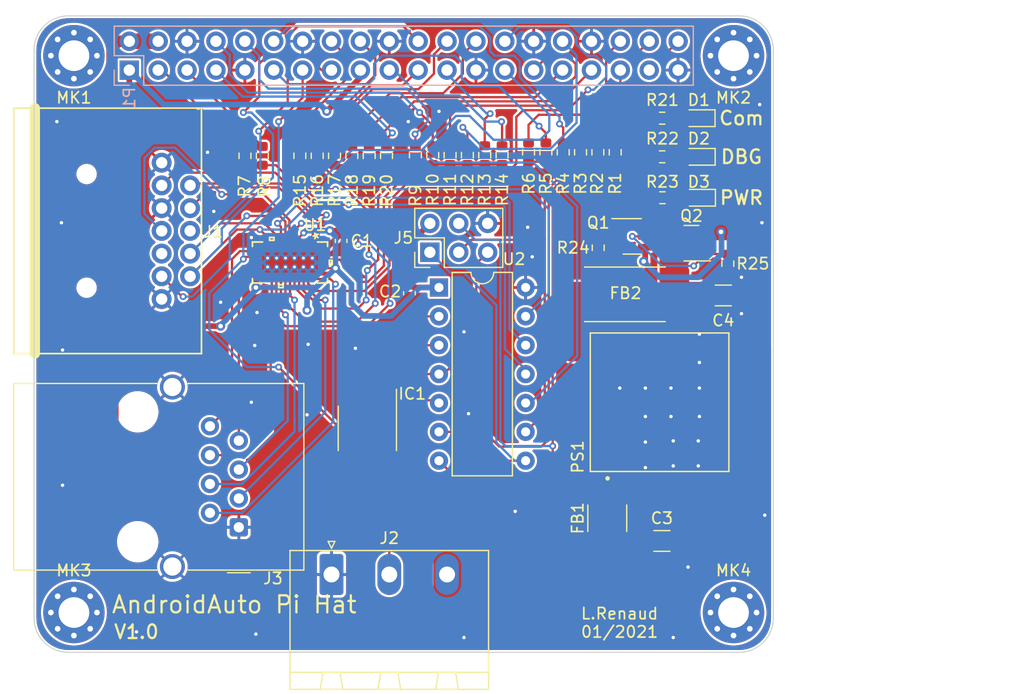
<source format=kicad_pcb>
(kicad_pcb (version 20210126) (generator pcbnew)

  (general
    (thickness 1.6)
  )

  (paper "A3")
  (title_block
    (title "PCB Android auto Pi hat")
    (date "2021-01-24")
    (rev "V1.0")
    (company "L.Renaud")
  )

  (layers
    (0 "F.Cu" signal)
    (31 "B.Cu" signal)
    (32 "B.Adhes" user "B.Adhesive")
    (33 "F.Adhes" user "F.Adhesive")
    (34 "B.Paste" user)
    (35 "F.Paste" user)
    (36 "B.SilkS" user "B.Silkscreen")
    (37 "F.SilkS" user "F.Silkscreen")
    (38 "B.Mask" user)
    (39 "F.Mask" user)
    (40 "Dwgs.User" user "User.Drawings")
    (41 "Cmts.User" user "User.Comments")
    (42 "Eco1.User" user "User.Eco1")
    (43 "Eco2.User" user "User.Eco2")
    (44 "Edge.Cuts" user)
    (45 "Margin" user)
    (46 "B.CrtYd" user "B.Courtyard")
    (47 "F.CrtYd" user "F.Courtyard")
  )

  (setup
    (stackup
      (layer "F.SilkS" (type "Top Silk Screen"))
      (layer "F.Paste" (type "Top Solder Paste"))
      (layer "F.Mask" (type "Top Solder Mask") (color "Blue") (thickness 0.01))
      (layer "F.Cu" (type "copper") (thickness 0.035))
      (layer "dielectric 1" (type "core") (thickness 1.51) (material "FR4") (epsilon_r 4.5) (loss_tangent 0.02))
      (layer "B.Cu" (type "copper") (thickness 0.035))
      (layer "B.Mask" (type "Bottom Solder Mask") (color "Green") (thickness 0.01))
      (layer "B.Paste" (type "Bottom Solder Paste"))
      (layer "B.SilkS" (type "Bottom Silk Screen"))
      (copper_finish "None")
      (dielectric_constraints no)
    )
    (aux_axis_origin 200 150)
    (grid_origin 200 150)
    (pcbplotparams
      (layerselection 0x00010f0_ffffffff)
      (disableapertmacros false)
      (usegerberextensions true)
      (usegerberattributes false)
      (usegerberadvancedattributes false)
      (creategerberjobfile false)
      (svguseinch false)
      (svgprecision 6)
      (excludeedgelayer true)
      (plotframeref false)
      (viasonmask false)
      (mode 1)
      (useauxorigin true)
      (hpglpennumber 1)
      (hpglpenspeed 20)
      (hpglpendiameter 15.000000)
      (dxfpolygonmode true)
      (dxfimperialunits true)
      (dxfusepcbnewfont true)
      (psnegative false)
      (psa4output false)
      (plotreference true)
      (plotvalue true)
      (plotinvisibletext false)
      (sketchpadsonfab false)
      (subtractmaskfromsilk false)
      (outputformat 1)
      (mirror false)
      (drillshape 0)
      (scaleselection 1)
      (outputdirectory "Gerber/")
    )
  )


  (net 0 "")
  (net 1 "+3V3")
  (net 2 "/Default_CompositeVideo")
  (net 3 "GND")
  (net 4 "/Default_RemoteControl")
  (net 5 "Net-(FB1-Pad2)")
  (net 6 "/Default_SerialData")
  (net 7 "/Default_RGBSync")
  (net 8 "+12V")
  (net 9 "/Default_green")
  (net 10 "/Default_blue")
  (net 11 "/Default_red")
  (net 12 "/MuxLogicSel")
  (net 13 "/Out_red")
  (net 14 "/RasbPi_red")
  (net 15 "/Out_green")
  (net 16 "/RasbPi_green")
  (net 17 "/Out_blue")
  (net 18 "/RasbPi_blue")
  (net 19 "/Out_RGBSync")
  (net 20 "/RGBSync")
  (net 21 "/Out_CompositeVideo")
  (net 22 "Net-(IC1-Pad6)")
  (net 23 "Net-(U1-Pad15)")
  (net 24 "/Out_RemoteControl")
  (net 25 "/Out_SerialData")
  (net 26 "/MuxVGASel")
  (net 27 "/red[7]")
  (net 28 "/red[6]")
  (net 29 "/red[5]")
  (net 30 "/red[4]")
  (net 31 "/red[3]")
  (net 32 "/red[2]")
  (net 33 "/pi_VSync")
  (net 34 "/pi_HSync")
  (net 35 "/green[7]")
  (net 36 "/green[6]")
  (net 37 "/green[5]")
  (net 38 "/green[4]")
  (net 39 "/green[3]")
  (net 40 "/green[2]")
  (net 41 "/blue[7]")
  (net 42 "/blue[6]")
  (net 43 "/blue[5]")
  (net 44 "/blue[4]")
  (net 45 "/blue[3]")
  (net 46 "/blue[2]")
  (net 47 "/SDA")
  (net 48 "Net-(P1-Pad37)")
  (net 49 "/SCL")
  (net 50 "+5V")
  (net 51 "/lin_Tx")
  (net 52 "/lin_falut")
  (net 53 "/Reset")
  (net 54 "/lin_Rx")
  (net 55 "Net-(C4-Pad1)")
  (net 56 "/MISO")
  (net 57 "Net-(FB2-Pad1)")
  (net 58 "/MOSI")
  (net 59 "Net-(R22-Pad2)")
  (net 60 "Net-(D1-Pad2)")
  (net 61 "Net-(D2-Pad2)")
  (net 62 "no_connect_68")
  (net 63 "no_connect_73")
  (net 64 "no_connect_69")
  (net 65 "no_connect_70")
  (net 66 "no_connect_71")
  (net 67 "Net-(D3-Pad2)")
  (net 68 "no_connect_72")
  (net 69 "no_connect_74")
  (net 70 "Net-(Q1-Pad5)")
  (net 71 "Net-(Q1-Pad1)")
  (net 72 "no_connect_75")

  (footprint "MountingHole:MountingHole_2.7mm_M2.5_Pad_Via" (layer "F.Cu") (at 203.5 97.5 180))

  (footprint "MountingHole:MountingHole_2.7mm_M2.5_Pad_Via" (layer "F.Cu") (at 261.5 97.5 180))

  (footprint "MountingHole:MountingHole_2.7mm_M2.5_Pad_Via" (layer "F.Cu") (at 203.5 146.5))

  (footprint "MountingHole:MountingHole_2.7mm_M2.5_Pad_Via" (layer "F.Cu") (at 261.5 146.5))

  (footprint "Resistor_SMD:R_0603_1608Metric" (layer "F.Cu") (at 238.1 106.249 90))

  (footprint "PCB_AndroidAuto:GT17V-10DP-DS" (layer "F.Cu") (at 213.716 112.916 180))

  (footprint "LED_SMD:LED_0603_1608Metric" (layer "F.Cu") (at 258.425 110 180))

  (footprint "Resistor_SMD:R_0603_1608Metric" (layer "F.Cu") (at 249.572 106 90))

  (footprint "Capacitor_SMD:C_1206_3216Metric" (layer "F.Cu") (at 255.2 140.2))

  (footprint "LED_SMD:LED_0603_1608Metric" (layer "F.Cu") (at 258.39 103 180))

  (footprint "Resistor_SMD:R_0603_1608Metric" (layer "F.Cu") (at 241.148 106.249 90))

  (footprint "Resistor_SMD:R_0603_1608Metric" (layer "F.Cu") (at 227.94 106.312 90))

  (footprint "Resistor_SMD:R_0603_1608Metric" (layer "F.Cu") (at 255.25 110))

  (footprint "Resistor_SMD:R_0603_1608Metric" (layer "F.Cu") (at 218.542 106.312 90))

  (footprint "Connector_Phoenix_MSTB:PhoenixContact_MSTBA_2,5_3-G-5,08_1x03_P5.08mm_Horizontal" (layer "F.Cu") (at 226.15 143.1525))

  (footprint "Resistor_SMD:R_0603_1608Metric" (layer "F.Cu") (at 220.069 106.312 -90))

  (footprint "Resistor_SMD:R_0603_1608Metric" (layer "F.Cu") (at 245 106 90))

  (footprint "Package_DIP:DIP-14_W7.62mm" (layer "F.Cu") (at 235.6 117.9))

  (footprint "Package_TO_SOT_SMD:SOT-23-6" (layer "F.Cu") (at 252.6 113.4))

  (footprint "Resistor_SMD:R_0603_1608Metric" (layer "F.Cu") (at 255.225 106.4 180))

  (footprint "Package_SO:SOIC-8_3.9x4.9mm_P1.27mm" (layer "F.Cu") (at 229.3 130.3 -90))

  (footprint "LED_SMD:LED_0603_1608Metric" (layer "F.Cu") (at 258.4 106.4 180))

  (footprint "Resistor_SMD:R_0603_1608Metric" (layer "F.Cu") (at 248.048 106 90))

  (footprint "Resistor_SMD:R_0603_1608Metric" (layer "F.Cu") (at 239.624 106.249 90))

  (footprint "PCB_AndroidAuto:CONV_RPM5.0-3.0-CT" (layer "F.Cu") (at 255 127.994999 90))

  (footprint "Capacitor_SMD:C_1812_4532Metric" (layer "F.Cu") (at 250.4 138.2 90))

  (footprint "Resistor_SMD:R_0603_1608Metric" (layer "F.Cu") (at 233.528 106.249 90))

  (footprint "Connector_PinHeader_2.54mm:PinHeader_2x03_P2.54mm_Vertical" (layer "F.Cu") (at 234.8 114.8 90))

  (footprint "Resistor_SMD:R_0603_1608Metric" (layer "F.Cu") (at 229.464 106.312 90))

  (footprint "Resistor_SMD:R_0603_1608Metric" (layer "F.Cu") (at 255.225 103 180))

  (footprint "Resistor_SMD:R_0603_1608Metric" (layer "F.Cu") (at 261 115.8 -90))

  (footprint "Capacitor_SMD:C_0603_1608Metric" (layer "F.Cu") (at 233 118.4 -90))

  (footprint "Capacitor_SMD:C_0603_1608Metric" (layer "F.Cu") (at 227 113.8 -90))

  (footprint "Capacitor_SMD:C_1206_3216Metric" (layer "F.Cu") (at 260.6 118.6))

  (footprint "PCB_AndroidAuto:7427932" (layer "F.Cu") (at 252 118.5))

  (footprint "Resistor_SMD:R_0603_1608Metric" (layer "F.Cu") (at 224.892 106.312 90))

  (footprint "Resistor_SMD:R_0603_1608Metric" (layer "F.Cu") (at 251.096 106 90))

  (footprint "Resistor_SMD:R_0603_1608Metric" (layer "F.Cu") (at 223.368 106.312 90))

  (footprint "Resistor_SMD:R_0603_1608Metric" (layer "F.Cu") (at 226.416 106.312 90))

  (footprint "Package_TO_SOT_SMD:SOT-23" (layer "F.Cu") (at 257.8 114 180))

  (footprint "Resistor_SMD:R_0603_1608Metric" (layer "F.Cu") (at 243.476 106 90))

  (footprint "Resistor_SMD:R_0603_1608Metric" (layer "F.Cu") (at 235.052 106.249 90))

  (footprint "PCB_AndroidAuto:TS3V712ERTGR" (layer "F.Cu")
    (tedit 600DB9F2) (tstamp f4c35ab9-a314-4927-be06-8af274860eda)
    (at 222.5 115.7 -90)
    (property "MFR" "Texas\\ Instrument")
    (property "MPN" "TS3V712ERTGR")
    (property "SPN" "595-TS3V712ERTGR")
    (property "SPR" "Mouser")
    (property "Sheet file" "PCB_AndroidAuto.kicad_sch")
    (property "Sheet name" "")
    (path "/00000000-0000-0000-0000-00005ffe1d2f")
    (attr through_hole)
    (fp_text reference "U1" (at -3.3 -2.2 180) (layer "F.SilkS")
      (effects (font (size 1 1) (thickness 0.15)))
      (tstamp 1322402e-8a42-4ce9-9462-0bef5be34011)
    )
    (fp_text value "TS3V712ERTGR" (at 0 -5 90) (layer "F.SilkS") hide
      (effects (font (size 1 1) (thickness 0.15)))
      (tstamp 9e0a4e50-3329-4005-8ac3-3984538419e3)
    )
    (fp_text user "*" (at -2.335 -2.581 90) (layer "F.SilkS")
      (effects (font (size 1 1) (thickness 0.15)))
      (tstamp 619ca470-383a-4457-bf60-92791a4519bb)
    )
    (fp_text user "Copyright 2016 Accelerated Designs. All rights reserved." (at 0 -4 90) (layer "Cmts.User")
      (effects (font (size 0.127 0.127) (thickness 0.002)))
      (tstamp 1569cee2-932d-49fb-b31b-41aba881bfb7)
    )
    (fp_text user "*" (at -2.335 -2.581 -90) (layer "F.Fab")
      (effects (font (size 1 1) (thickness 0.15)))
      (tstamp 0003f8cd-5f7d-4e40-8e1b-04997f61d702)
    )
    (fp_text user "*" (at -2.335 -2.581 90) (layer "F.Fab")
      (effects (font (size 1 1) (thickness 0.15)))
      (tstamp 6c4f104e-1d43-45fc-a6b3-5e0c096b8c62)
    )
    (fp_line (start 0.152279 0.4937) (end 0.152279 0.4937) (layer "F.Paste") (width 0.1524) (tstamp 0033a9ac-dc7f-4355-90aa-3fe07f7a83ed))
    (fp_line (start 0.90007 1.0811) (end 0.90007 0.4937) (layer "F.Paste") (width 0.1524) (tstamp 003fe6cc-9f00-409e-91f2-8558aaa230d7))
    (fp_line (start -1.224999 -1.124999) (end -1.224999 -1.274999) (layer "F.Paste") (width 0.1524) (tstamp 006bb1cd-e2eb-4277-8e77-adbabb640be2))
    (fp_line (start 0.2937 -1.422521) (end 0.2937 -1.422521) (layer "F.Paste") (width 0.1524) (tstamp 008e29ae-df49-4fcb-bf01-aae3df7bae32))
    (fp_line (start 1.224999 1.274999) (end 1.675 1.274999) (layer "F.Paste") (width 0.1524) (tstamp 00f04224-80df-43d1-835c-91850b08ed75))
    (fp_line (start 0.90007 -1.8685) (end 0.635121 -1.8685) (layer "F.Paste") (width 0.1524) (tstamp 019f4448-b7a2-43a7-95a5-1f7d6057036a))
    (fp_line (start 0.635121 1.2811) (end 0.4937 1.422521) (layer "F.Paste") (width 0.1524) (tstamp 01d46965-f0fc-4b96-8552-b6e2846aac96))
    (fp_line (start 0.152279 1.2811) (end 0.152279 1.2811) (layer "F.Paste") (width 0.1524) (tstamp 02c589be-5988-49c4-94c1-eb56daf3bd7a))
    (fp_line (start 0.4937 0.152279) (end 0.635121 0.2937) (layer "F.Paste") (width 0.1524) (tstamp 0346667d-e5ea-46e1-98fb-eeaf8e92321f))
    (fp_line (start -1.675 1.675) (end -1.224999 1.675) (layer "F.Paste") (width 0.1524) (tstamp 03e38ea5-d68a-4ada-9658-926cf4229ef5))
    (fp_line (start 0.635121 -1.8685) (end 0.635121 -1.8685) (layer "F.Paste") (width 0.1524) (tstamp 042d2a1f-2b6f-41a8-bf85-d6c66beb9e8d))
    (fp_line (start -1.675 0.075001) (end -1.224999 0.075001) (layer "F.Paste") (width 0.1524) (tstamp 05c4a729-d75b-45fe-a204-4ac8908e6d02))
    (fp_line (start -0.4937 -2.40007) (end -0.90007 -2.40007) (layer "F.Paste") (width 0.1524) (tstamp 05e37f3b-a081-4720-a77e-5da059075f2e))
    (fp_line (start -0.635121 1.2811) (end -0.635121 1.2811) (layer "F.Paste") (width 0.1524) (tstamp 06036693-0d77-467d-b3f0-e9f199564e45))
    (fp_line (start -1.675 1.124999) (end -1.675 1.274999) (layer "F.Paste") (width 0.1524) (tstamp 06d6d144-6d71-453b-99cf-26db8758c3ef))
    (fp_line (start 0.2937 0.635121) (end 0.152279 0.4937) (layer "F.Paste") (width 0.1524) (tstamp 073b1b8b-e2d7-428e-9c96-da286306fd5d))
    (fp_line (start 0.635121 -0.2937) (end 0.4937 -0.152279) (layer "F.Paste") (width 0.1524) (tstamp 07619c8a-4374-4f2a-a4af-719ec7848cbf))
    (fp_line (start -1.675 1.525001) (end -1.675 1.675) (layer "F.Paste") (width 0.1524) (tstamp 0797f04d-0f30-4ea1-b148-9f7898d4b519))
    (fp_line (start -0.925251 3.175) (end -0.925251 2.725001) (layer "F.Paste") (width 0.1524) (tstamp 0801b123-980b-434a-93f9-b8abdcc76f47))
    (fp_line (start -0.90007 -0.2937) (end -0.90007 0.2937) (layer "F.Paste") (width 0.1524) (tstamp 0935a99e-814e-4662-8149-428ea1ffc42e))
    (fp_line (start -1.224999 1.525001) (end -1.675 1.525001) (layer "F.Paste") (width 0.1524) (tstamp 09b1c74c-f7a5-4f94-b43e-29d765df552b))
    (fp_line (start -0.635121 1.0811) (end -0.4937 0.939679) (layer "F.Paste") (width 0.1524) (tstamp 0a357638-f907-475a-9c7a-186513ceeb7a))
    (fp_line (start -0.635121 -0.2937) (end -0.635121 -0.2937) (layer "F.Paste") (width 0.1524) (tstamp 0b144021-84c7-491e-a770-e87f99125707))
    (fp_line (start 0.152279 -1.8685) (end 0.152279 -1.8685) (layer "F.Paste") (width 0.1524) (tstamp 0bd01540-29bd-4e88-88c1-0329ebc2344e))
    (fp_line (start -1.675 -1.675) (end -1.675 -1.525001) (layer "F.Paste") (width 0.1524) (tstamp 0bd07eb8-b5d6-4886-bd95-e1f36cb9e021))
    (fp_line (start -0.4937 0.635121) (end -0.4937 0.635121) (layer "F.Paste") (width 0.1524) (tstamp 0d179cf5-ad89-4763-8ec2-bbc84d262204))
    (fp_line (start -0.152279 -1.8685) (end -0.2937 -1.727079) (layer "F.Paste") (width 0.1524) (tstamp 0dfad0a6-01dd-4fe9-9575-03c474ade345))
    (fp_line (start 1.675 -0.075001) (end 1.224999 -0.075001) (layer "F.Paste") (width 0.1524) (tstamp 0e2b63e8-e156-4546-ba2c-04716d0fe3dc))
    (fp_line (start -0.2937 -0.152279) (end -0.2937 0.152279) (layer "F.Paste") (width 0.1524) (tstamp 0ece8826-6e9d-46a7-80fd-f56cace8ca58))
    (fp_line (start 0.575127 -3.175) (end 0.425125 -3.175) (layer "F.Paste") (width 0.1524) (tstamp 10f1a1b4-ada7-4c81-af03-fdb83677f16b))
    (fp_line (start -0.2937 -0.939679) (end -0.2937 -0.939679) (layer "F.Paste") (width 0.1524) (tstamp 114b8203-fc35-4fdf-909a-a0a18b72bc6a))
    (fp_line (start 1.675 1.675) (end 1.675 1.525001) (layer "F.Paste") (width 0.1524) (tstamp 11aff1cb-0599-426f-87da-c4d89b1b9b05))
    (fp_line (start -1.675 1.925) (end -1.675 2.075) (layer "F.Paste") (width 0.1524) (tstamp 1294fe10-3a89-4aaf-a462-c341da9a69ae))
    (fp_line (start -1.224999 0.075001) (end -1.224999 -0.075001) (layer "F.Paste") (width 0.1524) (tstamp 12b9fb58-e6c2-4bc1-b0ad-8b14b0ed0197))
    (fp_line (start 0.2937 -0.152279) (end 0.152279 -0.2937) (layer "F.Paste") (width 0.1524) (tstamp 13d16e32-afc6-40e9-985c-7b974409ca51))
    (fp_line (start 0.152279 1.2811) (end -0.152279 1.2811) (layer "F.Paste") (width 0.1524) (tstamp 14ff5630-38b2-476a-b1de-d0f4e8b36932))
    (fp_line (start -0.2937 0.152279) (end -0.152279 0.2937) (layer "F.Paste") (width 0.1524) (tstamp 1561142d-e21f-402a-8eda-c7956e5c9d5a))
    (fp_line (start -1.224999 -0.325001) (end -1.224999 -0.475) (layer "F.Paste") (width 0.1524) (tstamp 1648bfd5-dc4b-4e21-a8a9-cd1fa928043f))
    (fp_line (start -0.152279 -1.2811) (end -0.152279 -1.2811) (layer "F.Paste") (width 0.1524) (tstamp 18039b66-d269-44b1-af9f-2f922a25eb12))
    (fp_line (start -0.90007 1.8685) (end -0.635121 1.8685) (layer "F.Paste") (width 0.1524) (tstamp 1839352c-a4d7-4cd8-a134-8303b2749bc0))
    (fp_line (start -0.152279 -2.0685) (end 0.152279 -2.0685) (layer "F.Paste") (width 0.1524) (tstamp 186c36df-23da-4d4c-82a5-17383011c48d))
    (fp_line (start 1.675 0.875) (end 1.675 0.725) (layer "F.Paste") (width 0.1524) (tstamp 19b0e6c7-c4ac-42fa-990c-f52ab1a00a95))
    (fp_line (start -0.2937 1.422521) (end -0.2937 1.727079) (layer "F.Paste") (width 0.1524) (tstamp 1a3b478f-a898-4e18-8964-6995174247c4))
    (fp_line (start 0.152279 -0.2937) (end 0.152279 -0.2937) (layer "F.Paste") (width 0.1524) (tstamp 1acd2e00-240b-4c90-a19a-d8063c1f36c6))
    (fp_line (start -1.675 2.075) (end -1.224999 2.075) (layer "F.Paste") (width 0.1524) (tstamp 1aed8b59-80e6-4585-832a-2d4bd9684b26))
    (fp_line (start 0.635121 1.8685) (end 0.90007 1.8685) (layer "F.Paste") (width 0.1524) (tstamp 1b070842-d09a-405d-bd75-4d33c5e81d78))
    (fp_line (start -0.4937 -0.939679) (end -0.635121 -1.0811) (layer "F.Paste") (width 0.1524) (tstamp 1c603883-ba0e-4c3d-b5b5-b520282d80d4))
    (fp_line (start 0.635121 -0.4937) (end 0.635121 -0.4937) (layer "F.Paste") (width 0.1524) (tstamp 1cdef36b-669a-4e4b-8e7c-400d5f6c370f))
    (fp_line (start 1.075253 -3.175) (end 0.925251 -3.175) (layer "F.Paste") (width 0.1524) (tstamp 1cfaf4e5-725b-4e57-8b6c-4eb475cd9921))
    (fp_line (start -1.224999 1.925) (end -1.675 1.925) (layer "F.Paste") (width 0.1524) (tstamp 1e8617e9-8f13-446d-a909-7f451473c37c))
    (fp_line (start 0.4937 -0.939679) (end 0.4937 -0.635121) (layer "F.Paste") (width 0.1524) (tstamp 202bf7f2-be18-493e-bbdb-5efcbd4e33ab))
    (fp_line (start 0.152279 2.0685) (end 0.152279 2.0685) (layer "F.Paste") (width 0.1524) (tstamp 20747eee-54cf-4b5d-bbc4-f0b74aa82aa0))
    (fp_line (start -0.4937 1.727079) (end -0.4937 1.727079) (layer "F.Paste") (width 0.1524) (tstamp 2202f900-886b-4318-b11a-8cfe0ead7e2d))
    (fp_line (start 1.224999 -1.124999) (end 1.675 -1.124999) (layer "F.Paste") (width 0.1524) (tstamp 22938204-438f-44c2-bd7b-9e93331f667d))
    (fp_line (start 0.90007 2.40007) (end 0.90007 2.0685) (layer "F.Paste") (width 0.1524) (tstamp 22a20dae-a1c3-4a5d-91ed-c2837567bc9a))
    (fp_line (start 0.152279 1.0811) (end 0.2937 0.939679) (layer "F.Paste") (width 0.1524) (tstamp 246e6794-c967-487e-a029-a0e9779c46d5))
    (fp_line (start 0.925251 3.175) (end 1.075253 3.175) (layer "F.Paste") (width 0.1524) (tstamp 24b00503-e32c-4779-97b7-e6bf3806959d))
    (fp_line (start 0.635121 -1.2811) (end 0.635121 -1.2811) (layer "F.Paste") (width 0.1524) (tstamp 25035fe9-6f80-458f-8e48-7fb3d31b31ec))
    (fp_line (start 0.2937 -1.727079) (end 0.2937 -1.727079) (layer "F.Paste") (width 0.1524) (tstamp 2584953d-33f1-42bf-8a54-8fb367ea6b8d))
    (fp_line (start -1.224999 0.475) (end -1.224999 0.325001) (layer "F.Paste") (width 0.1524) (tstamp 25a8af66-57ba-44e9-b26a-9d0c1ee3fcf9))
    (fp_line (start 0.90007 0.2937) (end 0.90007 -0.2937) (layer "F.Paste") (width 0.1524) (tstamp 274fdbab-0062-4d46-9fe2-3d982936f4bd))
    (fp_line (start 0.90007 1.2811) (end 0.635121 1.2811) (layer "F.Paste") (width 0.1524) (tstamp 27504fd9-1194-4300-9c16-5c2f9de9ebd2))
    (fp_line (start 1.075253 2.725001) (end 0.925251 2.725001) (layer "F.Paste") (width 0.1524) (tstamp 28de068c-6b99-42ca-a019-ebeb93c50461))
    (fp_line (start -1.224999 -2.075) (end -1.675 -2.075) (layer "F.Paste") (width 0.1524) (tstamp 294f1203-018b-4ca8-bd9e-eb0edc1c2614))
    (fp_line (start -0.4937 1.727079) (end -0.4937 1.422521) (layer "F.Paste") (width 0.1524) (tstamp 297614ee-66e6-4f43-870f-c2364f8662df))
    (fp_line (start -1.224999 1.675) (end -1.224999 1.525001) (layer "F.Paste") (width 0.1524) (tstamp 29797322-3f4f-44df-ac7e-a9d2ba5c568e))
    (fp_line (start -0.635121 -1.0811) (end -0.635121 -1.0811) (layer "F.Paste") (width 0.1524) (tstamp 2a6b8fb4-e013-4266-98bb-f69d9991280e))
    (fp_line (start -0.152279 1.2811) (end -0.2937 1.422521) (layer "F.Paste") (width 0.1524) (tstamp 2b910098-8f55-4900-80ac-19764f2ea00d))
    (fp_line (start 0.635121 -0.2937) (end 0.635121 -0.2937) (layer "F.Paste") (width 0.1524) (tstamp 2d332113-e1fc-47e9-b238-c8cd40bc653d))
    (fp_line (start 0.075001 -2.725001) (end 0.075001 -3.175) (layer "F.Paste") (width 0.1524) (tstamp 2df58373-ac3b-4091-8c96-871fbc5c17a9))
    (fp_line (start 1.675 -0.875) (end 1.224999 -0.875) (layer "F.Paste") (width 0.1524) (tstamp 2e0893ba-d824-49db-855f-11c350b415d7))
    (fp_line (start -0.2937 -1.422521) (end -0.152279 -1.2811) (layer "F.Paste") (width 0.1524) (tstamp 3054cb39-06a7-419b-ab49-ff19aa41592c))
    (fp_line (start -1.224999 -1.525001) (end -1.224999 -1.675) (layer "F.Paste") (width 0.1524) (tstamp 30af152c-0f20-401d-a309-ac649b2fe519))
    (fp_line (start 1.675 -2.075) (end 1.224999 -2.075) (layer "F.Paste") (width 0.1524) (tstamp 3210aa31-04a2-46b7-b64e-42d6d5c3385a))
    (fp_line (start 0.2937 0.939679) (end 0.2937 0.939679) (layer "F.Paste") (width 0.1524) (tstamp 36410cbc-6d0b-4dcf-b5bf-7bc73bb7d435))
    (fp_line (start -0.4937 -2.209921) (end -0.4937 -2.40007) (layer "F.Paste") (width 0.1524) (tstamp 3678be60-d77a-4840-9527-ed5cad075ad9))
    (fp_line (start 0.90007 -2.0685) (end 0.90007 -2.40007) (layer "F.Paste") (width 0.1524) (tstamp 37211a9d-1381-4715-8d72-e6a81e6acd7d))
    (fp_line (start 0.4937 -1.422521) (end 0.4937 -1.422521) (layer "F.Paste") (width 0.1524) (tstamp 3795d694-6972-44cb-9daa-5ba9423bb8d8))
    (fp_line (start -0.635121 -1.2811) (end -0.635121 -1.2811) (layer "F.Paste") (width 0.1524) (tstamp 37e9543d-89ef-47ed-8191-b3fe3337e938))
    (fp_line (start -1.675 1.274999) (end -1.224999 1.274999) (layer "F.Paste") (width 0.1524) (tstamp 39733188-31e6-4502-bde3-5af709c71219))
    (fp_line (start 1.675 -0.725) (end 1.675 -0.875) (layer "F.Paste") (width 0.1524) (tstamp 39b3f1d7-9448-4ace-a744-bbabf9071ba4))
    (fp_line (start 0.575127 -2.725001) (end 0.575127 -3.175) (layer "F.Paste") (width 0.1524) (tstamp 3b2151fb-aaa0-4537-8f47-b59c6d95a166))
    (fp_line (start -0.635121 0.4937) (end -0.90007 0.4937) (layer "F.Paste") (width 0.1524) (tstamp 3b365772-0262-43fa-adef-2de642472462))
    (fp_line (start -0.90007 -2.40007) (end -0.90007 -2.0685) (layer "F.Paste") (width 0.1524) (tstamp 3ba7651c-0228-4029-a90b-649c24c8327d))
    (fp_line (start -0.90007 -1.2811) (end -0.635121 -1.2811) (layer "F.Paste") (width 0.1524) (tstamp 3bf76a00-40e0-4790-bf44-ee292ece03f2))
    (fp_line (start -0.2937 0.152279) (end -0.2937 0.152279) (layer "F.Paste") (width 0.1524) (tstamp 3d197666-117d-4bb6-a26f-3deb00e4d1f4))
    (fp_line (start 1.224999 -1.925) (end 1.675 -1.925) (layer "F.Paste") (width 0.1524) (tstamp 3d54e5c7-65a9-457e-b28d-a9f55080c1a5))
    (fp_line (start -0.4937 1.422521) (end -0.635121 1.2811) (layer "F.Paste") (width 0.1524) (tstamp 3d9102e2-dc17-4c02-b164-68fdf3c2694f))
    (fp_line (start -1.675 -1.124999) (end -1.224999 -1.124999) (layer "F.Paste") (width 0.1524) (tstamp 3e600395-20e4-4fea-8c1b-996f475e1245))
    (fp_line (start -1.075253 3.175) (end -0.925251 3.175) (layer "F.Paste") (width 0.1524) (tstamp 3ef76b5c-9fd2-4423-bbfc-92f1fa321d5b))
    (fp_line (start -0.152279 0.4937) (end -0.152279 0.4937) (layer "F.Paste") (width 0.1524) (tstamp 3f17d936-0734-4f7e-b271-74e04bab48e4))
    (fp_line (start 0.4937 1.727079) (end 0.635121 1.8685) (layer "F.Paste") (width 0.1524) (tstamp 3f569a9b-f919-4a25-84d0-82bb9d057a3d))
    (fp_line (start -1.224999 0.725) (end -1.675 0.725) (layer "F.Paste") (width 0.1524) (tstamp 400922aa-9c5e-47e7-bd8e-7e004636f5ec))
    (fp_line (start -0.4937 -0.635121) (end -0.4937 -0.939679) (layer "F.Paste") (width 0.1524) (tstamp 402cdbb5-dae6-4651-823c-fb05a3a1bf4d))
    (fp_line (start 0.4937 0.635121) (end 0.4937 0.635121) (layer "F.Paste") (width 0.1524) (tstamp 4252c14e-9afe-43e8-b54f-07015a488d84))
    (fp_line (start -0.2937 0.939679) (end -0.152279 1.0811) (layer "F.Paste") (width 0.1524) (tstamp 4258bd07-1839-4511-8a61-62ec1110f813))
    (fp_line (start -1.224999 -0.075001) (end -1.675 -0.075001) (layer "F.Paste") (width 0.1524) (tstamp 434c5c7d-9cc0-4cec-8e81-72d1129d94ca))
    (fp_line (start -0.635121 1.0811) (end -0.635121 1.0811) (layer "F.Paste") (width 0.1524) (tstamp 44407424-80a8-4a51-a7a8-88569ccf8517))
    (fp_line (start 0.152279 -1.2811) (end 0.2937 -1.422521) (layer "F.Paste") (width 0.1524) (tstamp 46c0ffb5-0e73-4cc0-9b41-08e7415e6f98))
    (fp_line (start -1.224999 -0.875) (end -1.675 -0.875) (layer "F.Paste") (width 0.1524) (tstamp 4774401a-e8d0-4e25-9f40-6aa3833c18a8))
    (fp_line (start 0.152279 0.4937) (end -0.152279 0.4937) (layer "F.Paste") (width 0.1524) (tstamp 479ad3c2-d591-4904-9c60-8e60b7ccf14e))
    (fp_line (start 0.2937 0.635121) (end 0.2937 0.635121) (layer "F.Paste") (width 0.1524) (tstamp 479b8799-8749-4689-bd86-8d6c873bcd8e))
    (fp_line (start -0.2937 0.939679) (end -0.2937 0.939679) (layer "F.Paste") (width 0.1524) (tstamp 47a5376c-ac87-41ab-b0ef-4248889ccd76))
    (fp_line (start 0.4937 2.209921) (end 0.4937 2.209921) (layer "F.Paste") (width 0.1524) (tstamp 4950b3f8-bcb9-437c-91a5-861257f372e8))
    (fp_line (start -0.4937 0.152279) (end -0.4937 -0.152279) (layer "F.Paste") (width 0.1524) (tstamp 4a0135da-9d32-4a96-bb5e-2edade2ef3c8))
    (fp_line (start 0.152279 1.0811) (end 0.152279 1.0811) (layer "F.Paste") (width 0.1524) (tstamp 4afa0718-2f29-44e9-9edf-56a6c53548c0))
    (fp_line (start -0.90007 1.0811) (end -0.635121 1.0811) (layer "F.Paste") (width 0.1524) (tstamp 4b794ca7-0d0f-4b6f-81eb-4af4cdf22b23))
    (fp_line (start -1.224999 1.274999) (end -1.224999 1.124999) (layer "F.Paste") (width 0.1524) (tstamp 4d6f212a-916e-4cfc-a95b-ceb02ac5468b))
    (fp_line (start -1.224999 -1.274999) (end -1.675 -1.274999) (layer "F.Paste") (width 0.1524) (tstamp 4e1ce4d5-ca66-4145-86e6-ee9bacbb5e4c))
    (fp_line (start 0.075001 3.175) (end 0.075001 2.725001) (layer "F.Paste") (width 0.1524) (tstamp 4f4cf026-ea44-4d6f-ba01-8cd9071bbde8))
    (fp_line (start 0.90007 2.0685) (end 0.635121 2.0685) (layer "F.Paste") (width 0.1524) (tstamp 4f51d366-ee44-475e-8f57-8b9c086cadf3))
    (fp_line (start -0.635121 -1.0811) (end -0.90007 -1.0811) (layer "F.Paste") (width 0.1524) (tstamp 513cdc7d-d482-4433-afde-90732ee6ce01))
    (fp_line (start 0.575127 2.725001) (end 0.425125 2.725001) (layer "F.Paste") (width 0.1524) (tstamp 51472d75-70a4-4e2c-b53d-7a04e8c723e7))
    (fp_line (start 0.4937 2.40007) (end 0.90007 2.40007) (layer "F.Paste") (width 0.1524) (tstamp 516a67d1-fd25-4fe2-bdbd-95d9a5fcbfaa))
    (fp_line (start -0.2937 -1.727079) (end -0.2937 -1.727079) (layer "F.Paste") (width 0.1524) (tstamp 521ee946-c6c4-4974-81a5-e29bb57b389c))
    (fp_line (start -0.90007 2.40007) (end -0.4937 2.40007) (layer "F.Paste") (width 0.1524) (tstamp 52253c06-3693-4b40-832e-bd45c9a972cb))
    (fp_line (start 0.2937 -0.635121) (end 0.2937 -0.939679) (layer "F.Paste") (width 0.1524) (tstamp 52c9e168-2f3f-4c72-84dd-decfe9ea7c77))
    (fp_line (start 1.675 0.475) (end 1.675 0.325001) (layer "F.Paste") (width 0.1524) (tstamp 530ff3d5-bb6f-4899-8d0a-138df6b2c3eb))
    (fp_line (start 1.224999 0.475) (end 1.675 0.475) (layer "F.Paste") (width 0.1524) (tstamp 53346a69-e387-4925-9908-19a669bfa8a8))
    (fp_line (start 0.2937 0.152279) (end 0.2937 0.152279) (layer "F.Paste") (width 0.1524) (tstamp 536dde21-c151-48f8-b747-67336c203af2))
    (fp_line (start 0.925251 2.725001) (end 0.925251 3.175) (layer "F.Paste") (width 0.1524) (tstamp 553643e6-43f2-4797-81aa-2c7c1e52c412))
    (fp_line (start 0.90007 -0.2937) (end 0.635121 -0.2937) (layer "F.Paste") (width 0.1524) (tstamp 562c3202-5f46-4a9d-ac5a-df948e7cc6dd))
    (fp_line (start 0.2937 -2.209921) (end 0.2937 -2.209921) (layer "F.Paste") (width 0.1524) (tstamp 56b8baf9-c732-4ff6-bd2b-047a044ac64c))
    (fp_line (start -0.075001 -3.175) (end -0.075001 -2.725001) (layer "F.Paste") (width 0.1524) (tstamp 578d051a-0a25-4634-bcb3-487dea9bc13e))
    (fp_line (start 0.2937 -1.422521) (end 0.2937 -1.727079) (layer "F.Paste") (width 0.1524) (tstamp 58cfdc3e-a7c7-4d44-bb47-439030079b77))
    (fp_line (start 1.675 -0.475) (end 1.224999 -0.475) (layer "F.Paste") (width 0.1524) (tstamp 598fa737-5492-42b2-80ea-dd1b9a37fefb))
    (fp_line (start -0.575127 -2.725001) (end -0.425125 -2.725001) (layer "F.Paste") (width 0.1524) (tstamp 5a3471e4-e893-46d5-b27a-607de3c53042))
    (fp_line (start 0.152279 -1.2811) (end 0.152279 -1.2811) (layer "F.Paste") (width 0.1524) (tstamp 5b0191e8-3c3a-4981-89d1-cf7bc8e8a792))
    (fp_line (start -0.635121 -1.2811) (end -0.4937 -1.422521) (layer "F.Paste") (width 0.1524) (tstamp 5b1af35a-12f4-4971-bc95-73e7a03ef4f3))
    (fp_line (start 0.4937 0.939679) (end 0.635121 1.0811) (layer "F.Paste") (width 0.1524) (tstamp 5c4ec9aa-35ca-4818-837e-3b80f7916c3d))
    (fp_line (start 0.2937 1.727079) (end 0.2937 1.422521) (layer "F.Paste") (width 0.1524) (tstamp 5d71a32e-48a8-414f-aa59-ac342f1a9906))
    (fp_line (start 1.224999 -0.475) (end 1.224999 -0.325001) (layer "F.Paste") (width 0.1524) (tstamp 5f13470c-0aa8-48bd-9e59-45fc467f633a))
    (fp_line (start 1.675 -1.675) (end 1.224999 -1.675) (layer "F.Paste") (width 0.1524) (tstamp 5f5b6351-c33a-42ce-99bf-a6497e2e9a51))
    (fp_line (start -1.224999 0.875) (end -1.224999 0.725) (layer "F.Paste") (width 0.1524) (tstamp 5f8c1e3d-5657-45cb-93fd-d2d56c7ce8d2))
    (fp_line (start -0.4937 0.939679) (end -0.4937 0.635121) (layer "F.Paste") (width 0.1524) (tstamp 5fdebbdc-484b-4658-8aa0-9d393e046824))
    (fp_line (start 1.675 -1.525001) (end 1.675 -1.675) (layer "F.Paste") (width 0.1524) (tstamp 604a1800-9fc1-442b-accd-62bd2fdba7b6))
    (fp_line (start 1.224999 -1.675) (end 1.224999 -1.525001) (layer "F.Paste") (width 0.1524) (tstamp 61788a79-7eab-4b51-83bf-c6d7e8f21d29))
    (fp_line (start -0.90007 0.4937) (end -0.90007 1.0811) (layer "F.Paste") (width 0.1524) (tstamp 61c4dead-e817-477e-b5f9-896c27189c5b))
    (fp_line (start -0.152279 -0.4937) (end 0.152279 -0.4937) (layer "F.Paste") (width 0.1524) (tstamp 620d3eaa-8a71-470c-a7a4-f02b23602875))
    (fp_line (start 0.152279 0.2937) (end 0.152279 0.2937) (layer "F.Paste") (width 0.1524) (tstamp 6355925a-9d70-4894-98bc-51428cff4d78))
    (fp_line (start -0.152279 -1.8685) (end -0.152279 -1.8685) (layer "F.Paste") (width 0.1524) (tstamp 648ad3d9-09c9-4f59-bf1a-bc7f10b576bf))
    (fp_line (start -1.675 -2.075) (end -1.675 -1.925) (layer "F.Paste") (width 0.1524) (tstamp 655de61e-e5f9-4af5-b636-07f6e5b82f62))
    (fp_line (start -1.675 -0.075001) (end -1.675 0.075001) (layer "F.Paste") (width 0.1524) (tstamp 6670162f-8a25-4097-94bc-0dc222027a3a))
    (fp_line (start -0.4937 -1.422521) (end -0.4937 -1.422521) (layer "F.Paste") (width 0.1524) (tstamp 66a41f2d-2965-4d5f-b9f3-f4fce258f485))
    (fp_line (start 1.224999 -0.075001) (end 1.224999 0.075001) (layer "F.Paste") (width 0.1524) (tstamp 66b5ffe1-048c-4ffe-ad70-43d99e23d478))
    (fp_line (start 0.90007 -0.4937) (end 0.90007 -1.0811) (layer "F.Paste") (width 0.1524) (tstamp 6728ead0-61c0-43c6-b423-7c7a242a5bc6))
    (fp_line (start -0.4937 -0.939679) (end -0.4937 -0.939679) (layer "F.Paste") (width 0.1524) (tstamp 67897285-20a3-4fe5-a537-5ff27fa9e0d4))
    (fp_line (start 0.2937 -2.209921) (end 0.2937 -2.40007) (layer "F.Paste") (width 0.1524) (tstamp 695aba57-79ec-49ea-b189-b1b0e035657a))
    (fp_line (start -0.2937 -0.152279) (end -0.2937 -0.152279) (layer "F.Paste") (width 0.1524) (tstamp 6b684c75-546a-4de2-8e70-86c0c191d623))
    (fp_line (start -0.4937 1.422521) (end -0.4937 1.422521) (layer "F.Paste") (width 0.1524) (tstamp 6bdffa12-4926-4a6d-8446-d94e6a0a23e6))
    (fp_line (start 0.635121 0.4937) (end 0.635121 0.4937) (layer "F.Paste") (width 0.1524) (tstamp 6c03e6b0-52fc-48ca-8938-ce0f5828d8e1))
    (fp_line (start -0.4937 0.152279) (end -0.4937 0.152279) (layer "F.Paste") (width 0.1524) (tstamp 6c4252c8-f07b-42ca-98ea-15095880d46f))
    (fp_line (start -0.152279 0.2937) (end -0.152279 0.2937) (layer "F.Paste") (width 0.1524) (tstamp 6d7cce16-f445-45b2-9d60-e06dd942db84))
    (fp_line (start -0.635121 2.0685) (end -0.90007 2.0685) (layer "F.Paste") (width 0.1524) (tstamp 6de66cbe-abaa-40d3-8962-000da6c7b0cc))
    (fp_line (start 1.675 -0.325001) (end 1.675 -0.475) (layer "F.Paste") (width 0.1524) (tstamp 6e90f8db-15d2-47d7-8f92-d5b997a37802))
    (fp_line (start 1.224999 1.525001) (end 1.224999 1.675) (layer "F.Paste") (width 0.1524) (tstamp 6f0b1e31-b247-4fea-97d3-d36cc7f08e9d))
    (fp_line (start -0.152279 -0.2937) (end -0.2937 -0.152279) (layer "F.Paste") (width 0.1524) (tstamp 6f1bae29-081d-4348-b8a7-819e240fb4c2))
    (fp_line (start 0.152279 -2.0685) (end 0.152279 -2.0685) (layer "F.Paste") (width 0.1524) (tstamp 71e7362b-ef2d-4bb9-8f3f-caf8e9eaf4be))
    (fp_line (start 0.425125 -2.725001) (end 0.575127 -2.725001) (layer "F.Paste") (width 0.1524) (tstamp 7220a9e5-7526-4df3-b66b-b6e200298e49))
    (fp_line (start 0.635121 1.0811) (end 0.90007 1.0811) (layer "F.Paste") (width 0.1524) (tstamp 73288c78-bb26-4d3d-900a-e8289f56910c))
    (fp_line (start 0.2937 -0.939679) (end 0.152279 -1.0811) (layer "F.Paste") (width 0.1524) (tstamp 7574741f-102d-4f91-b5be-4c0cefb7e226))
    (fp_line (start -0.635121 -2.0685) (end -0.635121 -2.0685) (layer "F.Paste") (width 0.1524) (tstamp 757e2223-aa95-4f8c-813d-119708901314))
    (fp_line (start -0.635121 -2.0685) (end -0.4937 -2.209921) (layer "F.Paste") (width 0.1524) (tstamp 75f6f8c3-a774-4abe-9278-cba8578fe2fd))
    (fp_line (start 0.90007 -1.2811) (end 0.90007 -1.8685) (layer "F.Paste") (width 0.1524) (tstamp 76d0fe43-ecc0-4c59-b80f-1382d84440d1))
    (fp_line (start 0.4937 -2.209921) (end 0.635121 -2.0685) (layer "F.Paste") (width 0.1524) (tstamp 77fd043b-fccc-4c46-93fc-42f54471f4e1))
    (fp_line (start -0.635121 1.8685) (end -0.4937 1.727079) (layer "F.Paste") (width 0.1524) (tstamp 7a0932b9-af92-49ce-a7ec-adbc5e399cc4))
    (fp_line (start -1.075253 -3.175) (end -1.075253 -2.725001) (layer "F.Paste") (width 0.1524) (tstamp 7a98dd08-6504-40da-89d9-29971c5c247f))
    (fp_line (start -1.224999 -1.925) (end -1.224999 -2.075) (layer "F.Paste") (width 0.1524) (tstamp 7aa12f3d-0117-44dd-979c-40445b5e9b61))
    (fp_line (start 0.4937 -0.152279) (end 0.4937 0.152279) (layer "F.Paste") (width 0.1524) (tstamp 7c227dba-db08-46d3-8d93-62a024ce3249))
    (fp_line (start -0.152279 -1.2811) (end 0.152279 -1.2811) (layer "F.Paste") (width 0.1524) (tstamp 7cd2b56d-ae50-4284-b782-85c8d5f27692))
    (fp_line (start 1.675 1.925) (end 1.224999 1.925) (layer "F.Paste") (width 0.1524) (tstamp 7efb984c-c185-4c5d-a09c-dcad28d17c21))
    (fp_line (start -0.152279 -0.4937) (end -0.152279 -0.4937) (layer "F.Paste") (width 0.1524) (tstamp 803cefdf-27d9-47b8-b5aa-d8651ca3524f))
    (fp_line (start 0.4937 -1.727079) (end 0.4937 -1.727079) (layer "F.Paste") (width 0.1524) (tstamp 81fb743e-6030-40c5-ab1d-f03e66fffbc8))
    (fp_line (start -1.675 -0.325001) (end -1.224999 -0.325001) (layer "F.Paste") (width 0.1524) (tstamp 82604b56-d25c-45be-aad0-ab2d90710670))
    (fp_line (start 0.4937 0.939679) (end 0.4937 0.939679) (layer "F.Paste") (width 0.1524) (tstamp 8276d316-967e-48fa-b420-7f81510ca296))
    (fp_line (start 0.635121 -1.8685) (end 0.4937 -1.727079) (layer "F.Paste") (width 0.1524) (tstamp 838ab47f-be56-4c20-9828-9dd215690da7))
    (fp_line (start 0.575127 3.175) (end 0.575127 2.725001) (layer "F.Paste") (width 0.1524) (tstamp 83cc6153-170f-4347-8bee-98349a87aeae))
    (fp_line (start 0.2937 2.209921) (end 0.152279 2.0685) (layer "F.Paste") (width 0.1524) (tstamp 86a5c9c7-60ce-46c5-ae91-7c706684d3a0))
    (fp_line (start 0.075001 -3.175) (end -0.075001 -3.175) (layer "F.Paste") (width 0.1524) (tstamp 8736c6f0-3957-47e9-90e6-721ad81cf1bd))
    (fp_line (start -1.675 -0.875) (end -1.675 -0.725) (layer "F.Paste") (width 0.1524) (tstamp 882736f3-0d7a-499d-9984-33a53cbfde7f))
    (fp_line (start -0.152279 2.0685) (end -0.152279 2.0685) (layer "F.Paste") (width 0.1524) (tstamp 884f3e7f-8d7c-4f30-a728-28d5a2646cb0))
    (fp_line (start -1.224999 -1.675) (end -1.675 -1.675) (layer "F.Paste") (width 0.1524) (tstamp 88ff7325-7836-463f-82a2-5ae8b6b89a7e))
    (fp_line (start 0.152279 0.2937) (end 0.2937 0.152279) (layer "F.Paste") (width 0.1524) (tstamp 89cabf27-1518-4c0f-b12c-31a7f0bb9078))
    (fp_line (start 0.90007 -2.40007) (end 0.4937 -2.40007) (layer "F.Paste") (width 0.1524) (tstamp 8aa38aae-d14d-4d67-b8dc-8b9dba378091))
    (fp_line (start -1.675 0.325001) (end -1.675 0.475) (layer "F.Paste") (width 0.1524) (tstamp 8adf00aa-4726-439e-aad8-d7ff4fab3462))
    (fp_line (start -0.4937 0.635121) (end -0.635121 0.4937) (layer "F.Paste") (width 0.1524) (tstamp 8d07c9bb-2f5b-4d16-b0c7-148264fe88a1))
    (fp_line (start -0.152279 1.8685) (end 0.152279 1.8685) (layer "F.Paste") (width 0.1524) (tstamp 8d875503-0df2-42a5-af54-47fd9c2b20a8))
    (fp_line (start 0.925251 -2.725001) (end 1.075253 -2.725001) (layer "F.Paste") (width 0.1524) (tstamp 8e714606-5ffe-4c47-b470-e9cd98dc3ce4))
    (fp_line (start -0.2937 -2.40007) (end -0.2937 -2.209921) (layer "F.Paste") (width 0.1524) (tstamp 8f21bd58-b641-4993-b8d1-79a922673704))
    (fp_line (start -0.2937 1.727079) (end -0.152279 1.8685) (layer "F.Paste") (width 0.1524) (tstamp 901e2e39-c2ae-4589-a5f2-c00084f53e3a))
    (fp_line (start 0.075001 2.725001) (end -0.075001 2.725001) (layer "F.Paste") (width 0.1524) (tstamp 90380994-1db2-4908-b3c2-cd18be320c5b))
    (fp_line (start -1.675 -1.274999) (end -1.675 -1.124999) (layer "F.Paste") (width 0.1524) (tstamp 91afc73f-09f0-4b58-ad54-b47cc2a3e8f2))
    (fp_line (start -0.075001 -2.725001) (end 0.075001 -2.725001) (layer "F.Paste") (width 0.1524) (tstamp 92f6ab76-a9b9-4f1c-969c-37db42dabfbc))
    (fp_line (start 0.152279 -0.4937) (end 0.152279 -0.4937) (layer "F.Paste") (width 0.1524) (tstamp 9346c26f-ebd3-426a-9496-ac09b7948173))
    (fp_line (start -0.90007 1.2811) (end -0.90007 1.8685) (layer "F.Paste") (width 0.1524) (tstamp 93b9f436-dcae-46be-a271-33808330ab62))
    (fp_line (start -0.425125 3.175) (end -0.425125 2.725001) (layer "F.Paste") (width 0.1524) (tstamp 94f7f7e9-ff46-4df2-9c47-01e035ef95cd))
    (fp_line (start -0.152279 -1.0811) (end -0.2937 -0.939679) (layer "F.Paste") (width 0.1524) (tstamp 955c6318-ba95-45fb-a4f2-fd8ffc9c572c))
    (fp_line (start 0.635121 1.0811) (end 0.635121 1.0811) (layer "F.Paste") (width 0.1524) (tstamp 9589e172-450c-4c96-bca9-cd012269b670))
    (fp_line (start -0.075001 2.725001) (end -0.075001 3.175) (layer "F.Paste") (width 0.1524) (tstamp 95eb6e93-1c18-465b-93b5-d887fb51859d))
    (fp_line (start 1.675 -1.925) (end 1.675 -2.075) (layer "F.Paste") (width 0.1524) (tstamp 96ac6675-1438-45a2-bc47-4eeabf96e6d9))
    (fp_line (start 1.224999 0.075001) (end 1.675 0.075001) (layer "F.Paste") (width 0.1524) (tstamp 97688ca7-b210-4ec8-86cd-356cc3a371d9))
    (fp_line (start -0.575127 -3.175) (end -0.575127 -2.725001) (layer "F.Paste") (width 0.1524) (tstamp 9819eb45-9c44-4b3b-95a1-d99572ba88e1))
    (fp_line (start 0.4937 -2.209921) (end 0.4937 -2.209921) (layer "F.Paste") (width 0.1524) (tstamp 9b240076-a72b-48f2-b9f5-b988153be3dd))
    (fp_line (start 0.4937 1.422521) (end 0.4937 1.422521) (layer "F.Paste") (width 0.1524) (tstamp 9d776e48-98ea-46dc-9dcb-bb5a1b84096e))
    (fp_line (start 0.425125 -3.175) (end 0.425125 -2.725001) (layer "F.Paste") (width 0.1524) (tstamp 9ecf3fad-daef-4910-ab3e-d7daf9209eed))
    (fp_line (start -0.4937 2.209921) (end -0.635121 2.0685) (layer "F.Paste") (width 0.1524) (tstamp 9ee4a3d5-fbaf-4b55-89d3-ec68b1a81023))
    (fp_line (start 0.4937 0.152279) (end 0.4937 0.152279) (layer "F.Paste") (width 0.1524) (tstamp 9f3886db-da9c-46aa-a4d5-c7c30b0a75b2))
    (fp_line (start -0.2937 -0.939679) (end -0.2937 -0.635121) (layer "F.Paste") (width 0.1524) (tstamp 9f3fe6be-ae75-4e19-8a73-43fce0a04a60))
    (fp_line (start 0.425125 2.725001) (end 0.425125 3.175) (layer "F.Paste") (width 0.1524) (tstamp 9fef3d7b-0a3f-4ff9-8443-fb9fa2257cf5))
    (fp_line (start -0.2937 -1.727079) (end -0.2937 -1.422521) (layer "F.Paste") (width 0.1524) (tstamp a03e869b-736c-48f6-801c-9cae501a5468))
    (fp_line (start 0.635121 0.4937) (end 0.4937 0.635121) (layer "F.Paste") (width 0.1524) (tstamp a0a37267-c46d-4207-a17a-810770bb6560))
    (fp_line (start 1.675 1.525001) (end 1.224999 1.525001) (layer "F.Paste") (width 0.1524) (tstamp a13cfcf4-7f3e-4c5d-ad9f-5b2a79a645ce))
    (fp_line (start -0.2937 0.635121) (end -0.2937 0.939679) (layer "F.Paste") (width 0.1524) (tstamp a36e275d-cc18-42b5-a2a5-b1bddb34626a))
    (fp_line (start 1.675 -1.124999) (end 1.675 -1.274999) (layer "F.Paste") (width 0.1524) (tstamp a4fb57c5-ebaf-43a5-80e4-7f7a7d432ace))
    (fp_line (start 0.90007 -1.0811) (end 0.635121 -1.0811) (layer "F.Paste") (width 0.1524) (tstamp a5075ac6-6521-4b29-8547-61ffef45d1f4))
    (fp_line (start -0.4937 2.209921) (end -0.4937 2.209921) (layer "F.Paste") (width 0.1524) (tstamp a6828fa0-eb47-44fa-927a-e96b77e4a6a1))
    (fp_line (start -0.152279 0.2937) (end 0.152279 0.2937) (layer "F.Paste") (width 0.1524) (tstamp a6907258-1fe0-461b-bff4-5d864210dc72))
    (fp_line (start 1.675 1.274999) (end 1.675 1.124999) (layer "F.Paste") (width 0.1524) (tstamp a780c4d8-872d-4d69-ae43-1711efeba2cd))
    (fp_line (start 0.152279 1.8685) (end 0.2937 1.727079) (layer "F.Paste") (width 0.1524) (tstamp a8c0d288-d742-43ee-993c-c5e17f853c2c))
    (fp_line (start 1.224999 1.925) (end 1.224999 2.075) (layer "F.Paste") (width 0.1524) (tstamp a96e7530-d999-4a83-b32c-e2491a6e57fc))
    (fp_line (start 0.2937 -0.635121) (end 0.2937 -0.635121) (layer "F.Paste") (width 0.1524) (tstamp a9a2436b-f7bd-4778-b27d-9a4c490178db))
    (fp_line (start -0.635121 -0.4937) (end -0.4937 -0.635121) (layer "F.Paste") (width 0.1524) (tstamp ab1dc0b6-2733-4672-844a-1a8c730de064))
    (fp_line (start 1.224999 -1.274999) (end 1.224999 -1.124999) (layer "F.Paste") (width 0.1524) (tstamp aba3c293-a567-4bc5-9f39-126b58c44536))
    (fp_line (start -0.635121 0.4937) (end -0.635121 0.4937) (layer "F.Paste") (width 0.1524) (tstamp ad1ecf22-d03d-402f-93b5-96b4767ef33f))
    (fp_line (start -0.152279 -0.2937) (end -0.152279 -0.2937) (layer "F.Paste") (width 0.1524) (tstamp b0ca9f4f-d653-4dcd-ad6e-5415da958d45))
    (fp_line (start -1.075253 2.725001) (end -1.075253 3.175) (layer "F.Paste") (width 0.1524) (tstamp b1f2399b-d137-4359-b98c-bf04cb34ca50))
    (fp_line (start -0.90007 2.0685) (end -0.90007 2.40007) (layer "F.Paste") (width 0.1524) (tstamp b3487dc3-c088-494a-b036-499861de539d))
    (fp_line (start 1.075253 -2.725001) (end 1.075253 -3.175) (layer "F.Paste") (width 0.1524) (tstamp b35ec5f7-337c-4718-be27-3f98415da992))
    (fp_line (start 1.675 1.124999) (end 1.224999 1.124999) (layer "F.Paste") (width 0.1524) (tstamp b3b65412-58d7-4957-a34f-8ddae8d3aadd))
    (fp_line (start -0.152279 1.0811) (end -0.152279 1.0811) (layer "F.Paste") (width 0.1524) (tstamp b44e4ca0-aa4f-48b1-995e-acbbb9bea7f1))
    (fp_line (start -0.635121 0.2937) (end -0.635121 0.2937) (layer "F.Paste") (width 0.1524) (tstamp b4dc665a-6ad9-4a62-b993-6ed6f160697a))
    (fp_line (start 0.4937 -2.40007) (end 0.4937 -2.209921) (layer "F.Paste") (width 0.1524) (tstamp b4f5fc80-a6af-4249-a417-68467ea518f0))
    (fp_line (start 1.224999 -0.325001) (end 1.675 -0.325001) (layer "F.Paste") (width 0.1524) (tstamp b5137267-8fc8-426a-9a6b-58fb812e186c))
    (fp_line (start -0.2937 -0.635121) (end -0.152279 -0.4937) (layer "F.Paste") (width 0.1524) (tstamp b6423c1e-c897-447b-a32a-dd05350db432))
    (fp_line (start -0.2937 1.727079) (end -0.2937 1.727079) (layer "F.Paste") (width 0.1524) (tstamp b68fd064-ea3d-46b3-bd14-0d3f886b6f3e))
    (fp_line (start 0.635121 1.8685) (end 0.635121 1.8685) (layer "F.Paste") (width 0.1524) (tstamp b6d9fbd1-5a44-4576-8da2-fe1ae0484ae1))
    (fp_line (start -0.152279 0.4937) (end -0.2937 0.635121) (layer "F.Paste") (width 0.1524) (tstamp b811ba92-7dde-46c8-ae12-6956267675bb))
    (fp_line (start -1.075253 -2.725001) (end -0.925251 -2.725001) (layer "F.Paste") (width 0.1524) (tstamp b8144a9d-b574-42ed-a38a-0d59fe9ddf0b))
    (fp_line (start -0.152279 1.2811) (end -0.152279 1.2811) (layer "F.Paste") (width 0.1524) (tstamp b8417af5-3a14-4da4-aa3f-ed551b7936c9))
    (fp_line (start 1.224999 -1.525001) (end 1.675 -1.525001) (layer "F.Paste") (width 0.1524) (tstamp b8ba4507-eab8-4438-9cb5-462211069bf8))
    (fp_line (start 0.925251 -3.175) (end 0.925251 -2.725001) (layer "F.Paste") (width 0.1524) (tstamp b94b1886-a2a9-4f67-8a46-7777d0686e49))
    (fp_line (start -0.2937 -0.635121) (end -0.2937 -0.635121) (layer "F.Paste") (width 0.1524) (tstamp b9c12262-7014-49a3-bcda-c25ee42a7591))
    (fp_line (start -0.425125 -3.175) (end -0.575127 -3.175) (layer "F.Paste") (width 0.1524) (tstamp ba8ebcaa-a8f7-46df-922e-0e2c5233dee6))
    (fp_line (start -0.4937 2.40007) (end -0.4937 2.209921) (layer "F.Paste") (width 0.1524) (tstamp ba9562da-b394-4157-88a5-17eab8ea6fa6))
    (fp_line (start 0.425125 3.175) (end 0.575127 3.175) (layer "F.Paste") (width 0.1524) (tstamp bb0897ff-c69e-4111-8c1e-5f3991102f7b))
    (fp_line (start 1.675 2.075) (end 1.675 1.925) (layer "F.Paste") (width 0.1524) (tstamp bb62003e-170a-407c-b014-1bd9c463aa2e))
    (fp_line (start -0.2937 2.209921) (end -0.2937 2.209921) (layer "F.Paste") (width 0.1524) (tstamp bbe01a5a-613c-4e90-8602-cf309e5bc872))
    (fp_line (start 0.90007 1.8685) (end 0.90007 1.2811) (layer "F.Paste") (width 0.1524) (tstamp bc3ff6ad-10e2-4283-a684-13bbfab88c99))
    (fp_line (start -0.4937 -0.635121) (end -0.4937 -0.635121) (layer "F.Paste") (width 0.1524) (tstamp bcbfb846-fbac-47ce-99f5-5e184f02fe4e))
    (fp_line (start 0.2937 1.422521) (end 0.152279 1.2811) (layer "F.Paste") (width 0.1524) (tstamp bcc983f8-bfdc-4eb8-994e-01c453f54d40))
    (fp_line (start -0.4937 -0.152279) (end -0.4937 -0.152279) (layer "F.Paste") (width 0.1524) (tstamp be123867-c8e9-4b9a-9e5d-d3b0d54684b4))
    (fp_line (start -0.2937 -1.422521) (end -0.2937 -1.422521) (layer "F.Paste") (width 0.1524) (tstamp bf0c2660-1db0-4779-84f5-1d3c21e64845))
    (fp_line (start 0.635121 2.0685) (end 0.4937 2.209921) (layer "F.Paste") (width 0.1524) (tstamp bf25f35a-d55a-4297-bd3c-55506410282b))
    (fp_line (start -0.635121 1.8685) (end -0.635121 1.8685) (layer "F.Paste") (width 0.1524) (tstamp bf7a43e5-ce09-4283-a99b-6156cfce3b5c))
    (fp_line (start -1.224999 2.075) (end -1.224999 1.925) (layer "F.Paste") (width 0.1524) (tstamp c0bbdf17-e15f-4f66-95e2-4e6dfeec027b))
    (fp_line (start 0.635121 1.2811) (end 0.635121 1.2811) (layer "F.Paste") (width 0.1524) (tstamp c10ea35f-2fb6-4e83-894a-76682f066880))
    (fp_line (start 1.675 0.725) (end 1.224999 0.725) (layer "F.Paste") (width 0.1524) (tstamp c1886d61-71fe-4da3-823b-9956bedd8549))
    (fp_line (start 0.4937 -0.635121) (end 0.4937 -0.635121) (layer "F.Paste") (width 0.1524) (tstamp c18a6e8f-a3f6-4f8d-9bca-12e4e7109e3c))
    (fp_line (start -0.4937 0.939679) (end -0.4937 0.939679) (layer "F.Paste") (width 0.1524) (tstamp c1a2e357-1115-4fe6-a926-59f984bb7c16))
    (fp_line (start -0.2937 1.422521) (end -0.2937 1.422521) (layer "F.Paste") (width 0.1524) (tstamp c21ece84-9570-454d-8072-719eadcc185f))
    (fp_line (start 1.224999 -0.875) (end 1.224999 -0.725) (layer "F.Paste") (width 0.1524) (tstamp c2217680-06cd-49fb-afb5-dedadae32668))
    (fp_line (start 0.635121 0.2937) (end 0.90007 0.2937) (layer "F.Paste") (width 0.1524) (tstamp c257d347-1a30-418d-be3d-29ced760210e))
    (fp_line (start -1.675 -0.725) (end -1.224999 -0.725) (layer "F.Paste") (width 0.1524) (tstamp c2db8479-9c22-4e16-976b-0d8abbdb6a53))
    (fp_line (start -1.675 -1.525001) (end -1.224999 -1.525001) (layer "F.Paste") (width 0.1524) (tstamp c4121e5f-93c9-467d-9666-767720215944))
    (fp_line (start -0.90007 -1.8685) (end -0.90007 -1.2811) (layer "F.Paste") (width 0.1524) (tstamp c4f5c8b8-a0c1-47cc-bc1b-5bce0888728f))
    (fp_line (start 0.152279 -1.0811) (end -0.152279 -1.0811) (layer "F.Paste") (width 0.1524) (tstamp c6f377be-9491-42b5-905a-0dafa90b51fe))
    (fp_line (start 0.635121 2.0685) (end 0.635121 2.0685) (layer "F.Paste") (width 0.1524) (tstamp c7299d5a-4e11-4ece-b1d2-20c815e74b78))
    (fp_line (start -1.224999 1.124999) (end -1.675 1.124999) (layer "F.Paste") (width 0.1524) (tstamp c7445dd1-5be9-4270-b777-abe167cafd13))
    (fp_line (start 0.4937 -0.635121) (end 0.635121 -0.4937) (layer "F.Paste") (width 0.1524) (tstamp c7680584-6565-4b88-94cd-6ba93a8f994d))
    (fp_line (start -0.4937 -1.422521) (end -0.4937 -1.727079) (layer "F.Paste") (width 0.1524) (tstamp c7a58da8-897d-413b-b07c-9cb3802a5e5b))
    (fp_line (start 0.2937 2.40007) (end 0.2937 2.209921) (layer "F.Paste") (width 0.1524) (tstamp c7dda492-0455-4606-a4f0-a5395e5d0cb9))
    (fp_line (start -1.224999 -0.475) (end -1.675 -0.475) (layer "F.Paste") (width 0.1524) (tstamp c84cfcaf-bd43-424b-8208-e1c700d72e14))
    (fp_line (start -1.224999 0.325001) (end -1.675 0.325001) (layer "F.Paste") (width 0.1524) (tstamp cba4d892-6e43-446e-81ab-3181f244921a))
    (fp_line (start -0.635121 0.2937) (end -0.4937 0.152279) (layer "F.Paste") (width 0.1524) (tstamp ccf4242e-9633-4326-8e04-c40b3efd42c3))
    (fp_line (start -0.4937 -0.152279) (end -0.635121 -0.2937) (layer "F.Paste") (width 0.1524) (tstamp cd1a778e-4ed4-47fe-ac24-d16cde83f149))
    (fp_line (start -0.2937 -2.209921) (end -0.2937 -2.209921) (layer "F.Paste") (width 0.1524) (tstamp cdab3497-e977-4f33-a900-d1c2c66166a1))
    (fp_line (start 0.152279 -0.2937) (end -0.152279 -0.2937) (layer "F.Paste") (width 0.1524) (tstamp ce1e07d2-81ae-4426-97b5-e64d031d22ee))
    (fp_line (start -0.2937 -2.209921) (end -0.152279 -2.0685) (layer "F.Paste") (width 0.1524) (tstamp cf0f9d43-9ae3-4621-887f-2807ca3dd67d))
    (fp_line (start -0.635121 1.2811) (end -0.90007 1.2811) (layer "F.Paste") (width 0.1524) (tstamp cf3f73f8-b98f-49b1-b377-4515fdf6f573))
    (fp_line (start -0.90007 -1.0811) (end -0.90007 -0.4937) (layer "F.Paste") (width 0.1524) (tstamp cf4bbada-ad21-43bd-bcd8-4b132bf64a21))
    (fp_line (start 0.2937 1.727079) (end 0.2937 1.727079) (layer "F.Paste") (width 0.1524) (tstamp d04e8e51-17d9-4f15-b9c4-18c3beaf9279))
    (fp_line (start -0.425125 -2.725001) (end -0.425125 -3.175) (layer "F.Paste") (width 0.1524) (tstamp d09976f7-56b0-44c3-b59c-15da0c9f5ab2))
    (fp_line (start 0.152279 2.0685) (end -0.152279 2.0685) (layer "F.Paste") (width 0.1524) (tstamp d13352f9-4bb0-42d2-a75a-fd0d2060c49d))
    (fp_line (start 0.2937 -1.727079) (end 0.152279 -1.8685) (layer "F.Paste") (width 0.1524) (tstamp d1b660e3-d9ef-4f67-9abd-0b5faa682b8f))
    (fp_line (start -0.90007 -0.4937) (end -0.635121 -0.4937) (layer "F.Paste") (width 0.1524) (tstamp d30976a2-b7c0-43fe-bd09-b8af0442f574))
    (fp_line (start -0.425125 2.725001) (end -0.575127 2.725001) (layer "F.Paste") (width 0.1524) (tstamp d32b261a-c755-4a9f-ba12-d0c8cdbae161))
    (fp_line (start 0.152279 -2.0685) (end 0.2937 -2.209921) (layer "F.Paste") (width 0.1524) (tstamp d3a654ab-572e-480f-b6a9-8c17723a6aba))
    (fp_line (start -0.635121 -0.2937) (end -0.90007 -0.2937) (layer "F.Paste") (width 0.1524) (tstamp d4cca4be-0a1f-4890-8d30-5e11bdeaeb87))
    (fp_line (start -1.675 0.875) (end -1.224999 0.875) (layer "F.Paste") (width 0.1524) (tstamp d512ee9e-417c-43e1-a5a4-16ac5abf33e8))
    (fp_line (start 0.152279 1.8685) (end 0.152279 1.8685) (layer "F.Paste") (width 0.1524) (tstamp d6d35514-3526-4d1b-b254-1a5dcd00097e))
    (fp_line (start -0.925251 2.725001) (end -1.075253 2.725001) (layer "F.Paste") (width 0.1524) (tstamp d82b85fc-8fbe-4335-8f74-740303c75456))
    (fp_line (start 0.4937 -0.152279) (end 0.4937 -0.152279) (layer "F.Paste") (width 0.1524) (tstamp d9891978-5c56-44e5-9ebf-194aee950778))
    (fp_line (start -0.152279 -2.0685) (end -0.152279 -2.0685) (layer "F.Paste") (width 0.1524) (tstamp d9a92834-b814-4a6f-9bc4-7a4c997c2aa6))
    (fp_line (start -0.575127 2.725001) (end -0.575127 3.175) (layer "F.Paste") (width 0.1524) (tstamp d9dcc2fb-e05c-4693-a7a6-f2d7acafbd68))
    (fp_line (start 1.224999 -0.725) (end 1.675 -0.725) (layer "F.Paste") (width 0.1524) (tstamp dc653e45-4dae-4050-8457-4f5337cc18bb))
    (fp_line (start 0.4937 0.635121) (end 0.4937 0.939679) (layer "F.Paste") (width 0.1524) (tstamp dee31f50-09ea-4446-be94-9e2625d635f5))
    (fp_line (start 1.224999 1.675) (end 1.675 1.675) (layer "F.Paste") (width 0.1524) (tstamp e1c735e1-2fa7-4b77-b3bb-393c5e3eae8d))
    (fp_line (start 0.635121 -1.0811) (end 0.635121 -1.0811) (layer "F.Paste") (width 0.1524) (tstamp e25d6ccd-219e-4aad-bd30-984cb2df33a2))
    (fp_line (start -0.635121 -0.4937) (end -0.635121 -0.4937) (layer "F.Paste") (width 0.1524) (tstamp e2e1ee69-f277-42c8-915a-82716898cf88))
    (fp_line (start 0.635121 -2.0685) (end 0.90007 -2.0685) (layer "F.Paste") (width 0.1524) (tstamp e2e5fefa-9545-4aa7-9d46-8aa0f5a2e21d))
    (fp_line (start -0.4937 -1.727079) (end -0.4937 -1.727079) (layer "F.Paste") (width 0.1524) (tstamp e33691be-9560-4418-9dad-10d331b5dc3c))
    (fp_line (start 0.2937 1.422521) (end 0.2937 1.422521) (layer "F.Paste") (width 0.1524) (tstamp e4cb4bbd-5edd-4257-9003-4c4e31d29f4b))
    (fp_line (start -0.152279 1.8685) (end -0.152279 1.8685) (layer "F.Paste") (width 0.1524) (tstamp e53021ba-7066-4125-a0a6-4e7199a69079))
    (fp_line (start 0.4937 1.727079) (end 0.4937 1.727079) (layer "F.Paste") (width 0.1524) (tstamp e53c9cd1-7002-4a7e-96fb-0b6428528dc4))
    (fp_line (start -0.2937 0.635121) (end -0.2937 0.635121) (layer "F.Paste") (width 0.1524) (tstamp e81cde15-10d5-4c6e-915d-8a2b82e14ee4))
    (fp_line (start 0.4937 2.209921) (end 0.4937 2.40007) (layer "F.Paste") (width 0.1524) (tstamp e83a93dd-2059-4888-b455-b27f7692ac11))
    (fp_line (start 0.2937 0.152279) (end 0.2937 -0.152279) (layer "F.Paste") (width 0.1524) (tstamp e83e59ea-6478-4cb4-8573-304fa0b67966))
    (fp_line (start 0.2937 -0.152279) (end 0.2937 -0.152279) (layer "F.Paste") (width 0.1524) (tstamp e89a9b9e-5e5d-4767-b8b0-3a79d7ad0fbb))
    (fp_line (start -0.925251 -3.175) (end -1.075253 -3.175) (layer "F.Paste") (width 0.1524) (tstamp e908735b-1150-4f01-99cf-b8d89d85ab05))
    (fp_line (start 0.4937 -0.939679) (end 0.4937 -0.939679) (layer "F.Paste") (width 0.1524) (tstamp e970be78-0439-4631-851b-c072526e8008))
    (fp_line (start 0.635121 0.2937) (end 0.635121 0.2937) (layer "F.Paste") (width 0.1524) (tstamp e9844f06-8698-418a-a0ca-8123d8a59379))
    (fp_line (start 0.152279 -1.8685) (end -0.152279 -1.8685) (layer "F.Paste") (width 0.1524) (tstamp e98fa6ab-2620-41c9-b642-b40020d7be84))
    (fp_line (start 1.224999 1.124999) (end 1.224999 1.274999) (layer "F.Paste") (width 0.1524) (tstamp ea30a94a-b41a-4b7d-829f-a9abab873cb1))
    (fp_line (start -0.4937 -2.209921) (end -0.4937 -2.209921) (layer "F.Paste") (width 0.1524) (tstamp ea38d4c7-591b-40cc-b9a7-d2d1bbe44ef6))
    (fp_line (start 0.4937 -1.727079) (end 0.4937 -1.422521) (layer "F.Paste") (width 0.1524) (tstamp ea6cef60-997b-4b83-bf87-01e31ac9e6fc))
    (fp_line (start 1.224999 -2.075) (end 1.224999 -1.925) (layer "F.Paste") (width 0.1524) (tstamp eb5b4be6-b5d0-4fd5-95d0-20e7c6e951d4))
    (fp_line (start 1.224999 0.875) (end 1.675 0.875) (layer "F.Paste") (width 0.1524) (tstamp ec20c4cf-4687-4fca-aa5b-c90146a0e94b))
    (fp_line (start -0.635121 -1.8685) (end -0.90007 -1.8685) (layer "F.Paste") (width 0.1524) (tstamp ecf7d011-aa11-46a0-8152-0d208e6832c9))
    (fp_line (start -0.152279 1.0811) (end 0.152279 1.0811) (layer "F.Paste") (width 0.1524) (tstamp ed465232-c41a-474e-bd31-d5a1099e9c45))
    (fp_line (start 0.635121 -0.4937) (end 0.90007 -0.4937) (layer "F.Paste") (width 0.1524) (tstamp ed9dfdca-769f-4b75-916d-3ce1735a47e2))
    (fp_line (start -1.675 -1.925) (end -1.224999 -1.925) (layer "F.Paste") (width 0.1524) (tstamp ee215ff7-5935-41a4-925d-13bcead35889))
    (fp_line (start 0.635121 -1.0811) (end 0.4937 -0.939679) (layer "F.Paste") (width 0.1524) (tstamp ef392b40-0587-4a34-b938-0b5327e2a44b))
    (fp_line (start 0.4937 -1.422521) (end 0.635121 -1.2811) (layer "F.Paste") (width 0.1524) (tstamp efb4d144-74d8-4247-82d9-eba9d50a047b))
    (fp_line (start -1.675 -0.475) (end -1.675 -0.325001) (layer "F.Paste") (width 0.1524) (tstamp efffee8a-a39e-45b6-87fc-25c42caf5008))
    (fp_line (start 1.224999 2.075) (end 1.675 2.075) (layer "F.Paste") (width 0.1524) (tstamp f01f7507-fd3d-4b53-97c1-30459012bc94))
    (fp_line (start 1.224999 0.725) (end 1.224999 0.875) (layer "F.Paste") (width 0.1524) (tstamp f028c635-96d6-4c78-96b9-8d0c5c45593e))
    (fp_line (start -0.90007 -2.0685) (end -0.635121 -2.0685) (layer "F.Paste") (width 0.1524) (tstamp f1487058-dd21-43c2-a93e-628161fa4ae9))
    (fp_line (start 0.90007 0.4937) (end 0.635121 0.4937) (layer "F.Paste") (width 0.1524) (tstamp f19f0f4c-fc2e-4080-a45b-87e57c402766))
    (fp_line (start -0.635121 2.0685) (end -0.635121 2.0685) (layer "F.Paste") (width 0.1524) (tstamp f2b70f66-11de-4e55-bd6e-ea022eda6ebc))
    (fp_line (start 0.2937 -0.939679) (end 0.2937 -0.939679) (layer "F.Paste") (width 0.1524) (tstamp f336f822-6e2b-4e6d-a9dc-baed04bd282f))
    (fp_line (start 0.152279 -0.4937) (end 0.2937 -0.635121) (layer "F.Paste") (width 0.1524) (tstamp f4708405-494a-4254-bf69-180dec05ff8e))
    (fp_line (start -0.575127 3.175) (end -0.425125 3.175) (layer "F.Paste") (width 0.1524) (tstamp f53d4c94-c726-4b64-b158-2452bbb40525))
    (fp_line (start -0.2937 2.209921) (end -0.2937 2.40007) (layer "F.Paste") (width 0.1524) (tstamp f5bb9ef0-308c-4180-bb36-dc52eb7c50d2))
    (fp_line (start 1.075253 3.175) (end 1.075253 2.725001) (layer "F.Paste") (width 0.1524) (tstamp f644f99e-13bc-4fe0-8224-5ce30bae9144))
    (fp_line (start -0.2937 2.40007) (end 0.2937 2.40007) (layer "F.Paste") (width 0.1524) (tstamp f6465adc-1a37-4168-8710-2d2e357f1757))
    (fp_line (start 0.635121 -2.0685) (end 0.635121 -2.0685) (layer "F.Paste") (width 0.1524) (tstamp f6c1b353-1f0c-4c85-801f-8a30482758fc))
    (fp_line (start -0.152279 2.0685) (end -0.2937 2.209921) (layer "F.Paste") (width 0.1524) (tstamp f73e54e8-3d0f-42f4-a4bd-f754ca1f929a))
    (fp_line (start -0.90007 0.2937) (end -0.635121 0.2937) (layer "F.Paste") (width 0.1524) (tstamp f7d9314f-3f8e-4b8a-af67-a7fd0b56df39))
    (fp_line (start -0.152279 -1.0811) (end -0.152279 -1.0811) (layer "F.Paste") (width 0.1524) (tstamp f8001d9d-298e-4694-8e08-ec61bbb23e74))
    (fp_line (start 0.2937 0.939679) (end 0.2937 0.635121) (layer "F.Paste") (width 0.1524) (tstamp f8029e40-4cf8-4aa2-a209-3bd88ef771be))
    (fp_line (start -0.635121 -1.8685) (end -0.635121 -1.8685) (layer "F.Paste") (width 0.1524) (tstamp f87d59f9-1f6a-4336-940d-975534ef7b6f))
    (fp_line (start -1.675 0.725) (end -1.675 0.875) (layer "F.Paste") (width 0.1524) (tstamp f881430f-3c8d-48f3-a5ec-1a04ae014c17))
    (fp_line (start -0.925251 -2.725001) (end -0.925251 -3.175) (layer "F.Paste") (width 0.1524) (tstamp f8b6064b-999a-4426-be5b-0622e5da30f5))
    (fp_line (start 0.2937 2.209921) (end 0.2937 2.209921) (layer "F.Paste") (width 0.1524) (tstamp f8b865f2-2ca5-44d8-a8eb-0a83f40bb707))
    (fp_line (start 0.635121 -1.2811) (end 0.90007 -1.2811) (layer "F.Paste") (width 0.1524) (tstamp f90497e2-7ea3-456b-ab36-03fe3d75a44f))
    (fp_line (start 1.675 -1.274999) (end 1.224999 -1.274999) (layer "F.Paste") (width 0.1524) (tstamp f9338546-6a51-46e8-84da-0caa75dfeae6))
    (fp_line (start -0.4937 -1.727079) (end -0.635121 -1.8685) (layer "F.Paste") (width 0.1524) (tstamp f96d2a39-3918-4e09-ad69-551098ec2fd6))
    (fp_line (start -1.224999 -0.725) (end -1.224999 -0.875) (layer "F.Paste") (width 0.1524) (tstamp f98765a0-b8ca-4165-ac2d-bfe6e4d9ac61))
    (fp_line (start 1.675 0.075001) (end 1.675 -0.075001) (layer "F.Paste") (width 0.1524) (tstamp fa43edd7-8ac0-4bf2-a555-a9ccc6f8b7aa))
    (fp_line (start -1.675 0.475) (end -1.224999 0.475) (layer "F.Paste") (width 0.1524) (tstamp fa7c7251-baaf-4ec2-b519-7d6e27870f24))
    (fp_line (start -0.075001 3.175) (end 0.075001 3.175) (layer "F.Paste") (width 0.1524) (tstamp fc0703a8-a4fa-47b7-b95f-227c58094139))
    (fp_line (start 1.224999 0.325001) (end 1.224999 0.475) (layer "F.Paste") (width 0.1524) (tstamp fc13a951-5c34-48a4-990e-77bd888e29c8))
    (fp_line (start 1.675 0.325001) (end 1.224999 0.325001) (layer "F.Paste") (width 0.1524) (tstamp fcfd2e86-0f82-4438-8ad6-a86475fc6405))
    (fp_line (start 0.4937 1.422521) (end 0.4937 1.727079) (layer "F.Paste") (width 0.1524) (tstamp ff14c9e1-5472-4fb7-b872-afee5a7222fe))
    (fp_line (start 0.2937 -2.40007) (end -0.2937 -2.40007) (layer "F.Paste") (width 0.1524) (tstamp ff58be91-56ef-4348-9c8b-697e73d8def0))
    (fp_line (start 0.152279 -1.0811) (end 0.152279 -1.0811) (layer "F.Paste") (width 0.1524) (tstamp ff93ca92-9cb0-4cb2-9ead-a742bcedf723))
    (fp_line (start -2.207999 1.409499) (end -2.207999 1.790499) (layer "F.SilkS") (width 0.
... [1076273 chars truncated]
</source>
